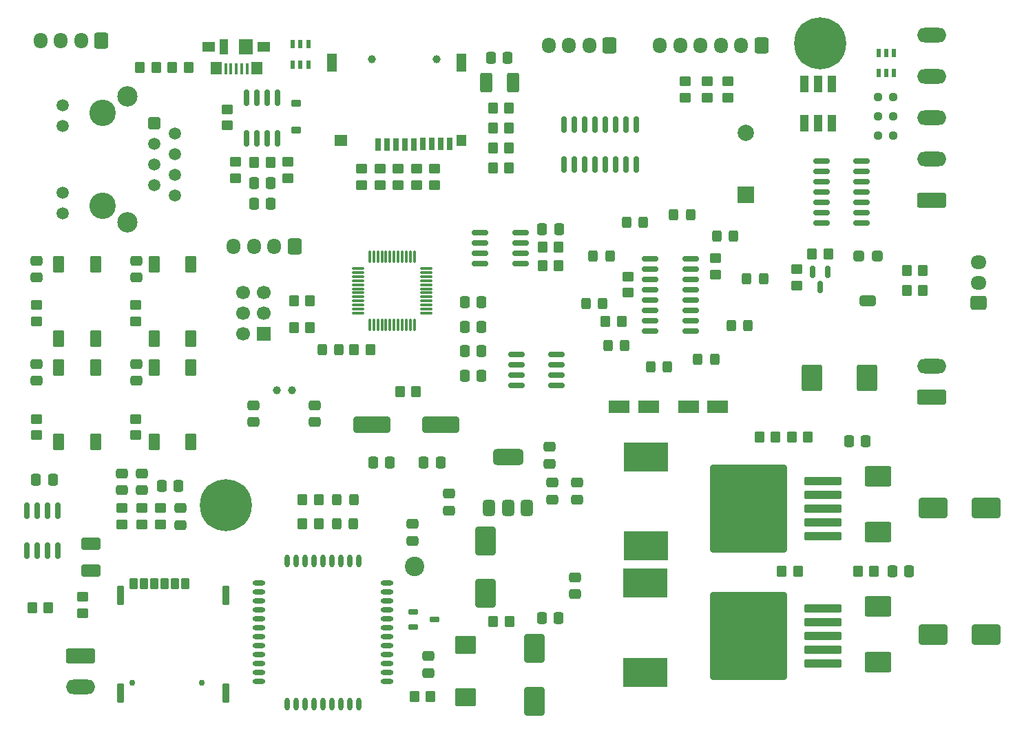
<source format=gbr>
%TF.GenerationSoftware,KiCad,Pcbnew,9.0.3*%
%TF.CreationDate,2025-07-30T09:19:55+03:00*%
%TF.ProjectId,KiCad Projeleri,4b694361-6420-4507-926f-6a656c657269,rev?*%
%TF.SameCoordinates,Original*%
%TF.FileFunction,Soldermask,Top*%
%TF.FilePolarity,Negative*%
%FSLAX46Y46*%
G04 Gerber Fmt 4.6, Leading zero omitted, Abs format (unit mm)*
G04 Created by KiCad (PCBNEW 9.0.3) date 2025-07-30 09:19:55*
%MOMM*%
%LPD*%
G01*
G04 APERTURE LIST*
G04 Aperture macros list*
%AMRoundRect*
0 Rectangle with rounded corners*
0 $1 Rounding radius*
0 $2 $3 $4 $5 $6 $7 $8 $9 X,Y pos of 4 corners*
0 Add a 4 corners polygon primitive as box body*
4,1,4,$2,$3,$4,$5,$6,$7,$8,$9,$2,$3,0*
0 Add four circle primitives for the rounded corners*
1,1,$1+$1,$2,$3*
1,1,$1+$1,$4,$5*
1,1,$1+$1,$6,$7*
1,1,$1+$1,$8,$9*
0 Add four rect primitives between the rounded corners*
20,1,$1+$1,$2,$3,$4,$5,0*
20,1,$1+$1,$4,$5,$6,$7,0*
20,1,$1+$1,$6,$7,$8,$9,0*
20,1,$1+$1,$8,$9,$2,$3,0*%
G04 Aperture macros list end*
%ADD10RoundRect,0.250000X0.350000X0.450000X-0.350000X0.450000X-0.350000X-0.450000X0.350000X-0.450000X0*%
%ADD11RoundRect,0.250000X-0.475000X0.337500X-0.475000X-0.337500X0.475000X-0.337500X0.475000X0.337500X0*%
%ADD12RoundRect,0.250000X0.475000X-0.337500X0.475000X0.337500X-0.475000X0.337500X-0.475000X-0.337500X0*%
%ADD13R,1.100000X2.000000*%
%ADD14RoundRect,0.250000X0.450000X-0.800000X0.450000X0.800000X-0.450000X0.800000X-0.450000X-0.800000X0*%
%ADD15RoundRect,0.250000X0.325000X0.450000X-0.325000X0.450000X-0.325000X-0.450000X0.325000X-0.450000X0*%
%ADD16R,0.600000X1.100000*%
%ADD17RoundRect,0.225000X0.375000X-0.225000X0.375000X0.225000X-0.375000X0.225000X-0.375000X-0.225000X0*%
%ADD18RoundRect,0.250000X-0.325000X-0.450000X0.325000X-0.450000X0.325000X0.450000X-0.325000X0.450000X0*%
%ADD19RoundRect,0.250000X-1.500000X-1.000000X1.500000X-1.000000X1.500000X1.000000X-1.500000X1.000000X0*%
%ADD20RoundRect,0.250000X0.600000X0.725000X-0.600000X0.725000X-0.600000X-0.725000X0.600000X-0.725000X0*%
%ADD21O,1.700000X1.950000*%
%ADD22RoundRect,0.250000X-0.450000X0.350000X-0.450000X-0.350000X0.450000X-0.350000X0.450000X0.350000X0*%
%ADD23RoundRect,0.237500X-0.250000X-0.237500X0.250000X-0.237500X0.250000X0.237500X-0.250000X0.237500X0*%
%ADD24RoundRect,0.150000X-0.825000X-0.150000X0.825000X-0.150000X0.825000X0.150000X-0.825000X0.150000X0*%
%ADD25RoundRect,0.250000X-0.350000X-0.450000X0.350000X-0.450000X0.350000X0.450000X-0.350000X0.450000X0*%
%ADD26RoundRect,0.250000X0.450000X-0.350000X0.450000X0.350000X-0.450000X0.350000X-0.450000X-0.350000X0*%
%ADD27RoundRect,0.250000X1.550000X-0.650000X1.550000X0.650000X-1.550000X0.650000X-1.550000X-0.650000X0*%
%ADD28O,3.600000X1.800000*%
%ADD29RoundRect,0.250000X-1.550000X0.650000X-1.550000X-0.650000X1.550000X-0.650000X1.550000X0.650000X0*%
%ADD30R,5.400000X3.600000*%
%ADD31RoundRect,0.250001X-1.044999X0.872499X-1.044999X-0.872499X1.044999X-0.872499X1.044999X0.872499X0*%
%ADD32RoundRect,0.250000X-1.000000X1.500000X-1.000000X-1.500000X1.000000X-1.500000X1.000000X1.500000X0*%
%ADD33RoundRect,0.250000X0.725000X-0.600000X0.725000X0.600000X-0.725000X0.600000X-0.725000X-0.600000X0*%
%ADD34O,1.950000X1.700000*%
%ADD35RoundRect,0.250000X1.400000X1.000000X-1.400000X1.000000X-1.400000X-1.000000X1.400000X-1.000000X0*%
%ADD36O,1.600000X0.600000*%
%ADD37O,0.600000X1.600000*%
%ADD38RoundRect,0.250000X-0.337500X-0.475000X0.337500X-0.475000X0.337500X0.475000X-0.337500X0.475000X0*%
%ADD39RoundRect,0.250000X0.337500X0.475000X-0.337500X0.475000X-0.337500X-0.475000X0.337500X-0.475000X0*%
%ADD40RoundRect,0.150000X-0.150000X0.825000X-0.150000X-0.825000X0.150000X-0.825000X0.150000X0.825000X0*%
%ADD41RoundRect,0.150000X-0.850000X-0.150000X0.850000X-0.150000X0.850000X0.150000X-0.850000X0.150000X0*%
%ADD42RoundRect,0.250000X1.000000X-1.400000X1.000000X1.400000X-1.000000X1.400000X-1.000000X-1.400000X0*%
%ADD43C,0.800000*%
%ADD44C,6.400000*%
%ADD45RoundRect,0.250000X-0.400000X-0.400000X0.400000X-0.400000X0.400000X0.400000X-0.400000X0.400000X0*%
%ADD46RoundRect,0.250000X-0.750000X-0.400000X0.750000X-0.400000X0.750000X0.400000X-0.750000X0.400000X0*%
%ADD47RoundRect,0.075000X0.075000X-0.662500X0.075000X0.662500X-0.075000X0.662500X-0.075000X-0.662500X0*%
%ADD48RoundRect,0.075000X0.662500X-0.075000X0.662500X0.075000X-0.662500X0.075000X-0.662500X-0.075000X0*%
%ADD49R,2.000000X2.000000*%
%ADD50C,2.000000*%
%ADD51RoundRect,0.375000X0.375000X-0.625000X0.375000X0.625000X-0.375000X0.625000X-0.375000X-0.625000X0*%
%ADD52RoundRect,0.500000X1.400000X-0.500000X1.400000X0.500000X-1.400000X0.500000X-1.400000X-0.500000X0*%
%ADD53RoundRect,0.250001X-0.507499X-0.944999X0.507499X-0.944999X0.507499X0.944999X-0.507499X0.944999X0*%
%ADD54C,3.250000*%
%ADD55RoundRect,0.250500X-0.499500X0.499500X-0.499500X-0.499500X0.499500X-0.499500X0.499500X0.499500X0*%
%ADD56C,1.500000*%
%ADD57C,2.500000*%
%ADD58RoundRect,0.162500X-0.447500X-0.162500X0.447500X-0.162500X0.447500X0.162500X-0.447500X0.162500X0*%
%ADD59RoundRect,0.250001X-0.944999X0.507499X-0.944999X-0.507499X0.944999X-0.507499X0.944999X0.507499X0*%
%ADD60RoundRect,0.150000X0.150000X-0.825000X0.150000X0.825000X-0.150000X0.825000X-0.150000X-0.825000X0*%
%ADD61RoundRect,0.250000X-1.050000X-0.550000X1.050000X-0.550000X1.050000X0.550000X-1.050000X0.550000X0*%
%ADD62C,1.000000*%
%ADD63RoundRect,0.250000X2.050000X0.300000X-2.050000X0.300000X-2.050000X-0.300000X2.050000X-0.300000X0*%
%ADD64RoundRect,0.250002X4.449998X5.149998X-4.449998X5.149998X-4.449998X-5.149998X4.449998X-5.149998X0*%
%ADD65RoundRect,0.250000X-2.000000X-0.750000X2.000000X-0.750000X2.000000X0.750000X-2.000000X0.750000X0*%
%ADD66C,0.750000*%
%ADD67RoundRect,0.102000X-0.400000X-0.570000X0.400000X-0.570000X0.400000X0.570000X-0.400000X0.570000X0*%
%ADD68RoundRect,0.102000X-0.350000X-1.050000X0.350000X-1.050000X0.350000X1.050000X-0.350000X1.050000X0*%
%ADD69R,0.450000X1.380000*%
%ADD70R,1.650000X1.300000*%
%ADD71R,1.425000X1.550000*%
%ADD72R,1.800000X1.900000*%
%ADD73R,1.000000X1.900000*%
%ADD74C,2.400000*%
%ADD75R,1.700000X1.700000*%
%ADD76C,1.700000*%
%ADD77RoundRect,0.150000X-0.150000X0.587500X-0.150000X-0.587500X0.150000X-0.587500X0.150000X0.587500X0*%
%ADD78R,0.700000X1.600000*%
%ADD79R,1.200000X1.400000*%
%ADD80R,1.200000X2.200000*%
%ADD81R,1.600000X1.400000*%
G04 APERTURE END LIST*
D10*
%TO.C,R5*%
X148000000Y-101000000D03*
X146000000Y-101000000D03*
%TD*%
D11*
%TO.C,C24*%
X113555000Y-84887500D03*
X113555000Y-86962500D03*
%TD*%
D12*
%TO.C,C26*%
X113555000Y-99662500D03*
X113555000Y-97587500D03*
%TD*%
D13*
%TO.C,D6*%
X195730000Y-67970000D03*
X197430000Y-67970000D03*
X199130000Y-67970000D03*
X199130000Y-63170000D03*
X197430000Y-63170000D03*
X195730000Y-63170000D03*
%TD*%
D14*
%TO.C,SW3*%
X115805000Y-107145000D03*
X115805000Y-98045000D03*
X120305000Y-107145000D03*
X120305000Y-98045000D03*
%TD*%
D15*
%TO.C,D8*%
X140275000Y-117250000D03*
X138225000Y-117250000D03*
%TD*%
D16*
%TO.C,U7*%
X204815200Y-61820800D03*
X205765200Y-61820800D03*
X206715200Y-61820800D03*
X206715200Y-59320800D03*
X205765200Y-59320800D03*
X204815200Y-59320800D03*
%TD*%
D17*
%TO.C,D4*%
X133250000Y-68800000D03*
X133250000Y-65500000D03*
%TD*%
D18*
%TO.C,D10*%
X173871443Y-80160503D03*
X175921443Y-80160503D03*
%TD*%
D19*
%TO.C,C1*%
X211525000Y-130845000D03*
X218025000Y-130845000D03*
%TD*%
D20*
%TO.C,J9*%
X190450000Y-58450000D03*
D21*
X187950000Y-58450000D03*
X185450000Y-58450000D03*
X182950000Y-58450000D03*
X180450000Y-58450000D03*
X177950000Y-58450000D03*
%TD*%
D22*
%TO.C,R30*%
X132250000Y-72750000D03*
X132250000Y-74750000D03*
%TD*%
D10*
%TO.C,R6*%
X134950000Y-89845000D03*
X132950000Y-89845000D03*
%TD*%
D23*
%TO.C,F3*%
X204811700Y-64770800D03*
X206636700Y-64770800D03*
%TD*%
D24*
%TO.C,U6*%
X197800000Y-72650000D03*
X197800000Y-73920000D03*
X197800000Y-75190000D03*
X197800000Y-76460000D03*
X197800000Y-77730000D03*
X197800000Y-79000000D03*
X197800000Y-80270000D03*
X202750000Y-80270000D03*
X202750000Y-79000000D03*
X202750000Y-77730000D03*
X202750000Y-76460000D03*
X202750000Y-75190000D03*
X202750000Y-73920000D03*
X202750000Y-72650000D03*
%TD*%
D25*
%TO.C,R25*%
X157419663Y-71000000D03*
X159419663Y-71000000D03*
%TD*%
D10*
%TO.C,R27*%
X116025000Y-61095000D03*
X114025000Y-61095000D03*
%TD*%
D26*
%TO.C,R29*%
X125750000Y-74750000D03*
X125750000Y-72750000D03*
%TD*%
D19*
%TO.C,C5*%
X211525000Y-115345000D03*
X218025000Y-115345000D03*
%TD*%
D27*
%TO.C,J6*%
X211342500Y-77450000D03*
D28*
X211342500Y-72370000D03*
X211342500Y-67290000D03*
X211342500Y-62210000D03*
X211342500Y-57130000D03*
%TD*%
D22*
%TO.C,R9*%
X107000000Y-126250000D03*
X107000000Y-128250000D03*
%TD*%
D10*
%TO.C,RJ2*%
X210284800Y-86095000D03*
X208284800Y-86095000D03*
%TD*%
D25*
%TO.C,R1*%
X192925000Y-123095000D03*
X194925000Y-123095000D03*
%TD*%
D14*
%TO.C,SW2*%
X104055000Y-94445000D03*
X104055000Y-85345000D03*
X108555000Y-94445000D03*
X108555000Y-85345000D03*
%TD*%
D12*
%TO.C,C25*%
X101275000Y-86962500D03*
X101275000Y-84887500D03*
%TD*%
D29*
%TO.C,J5*%
X106707500Y-133495000D03*
D28*
X106707500Y-137305000D03*
%TD*%
D18*
%TO.C,D16*%
X186750000Y-92845000D03*
X188800000Y-92845000D03*
%TD*%
D26*
%TO.C,R20*%
X148025000Y-75595000D03*
X148025000Y-73595000D03*
%TD*%
%TO.C,R39*%
X114275000Y-117345000D03*
X114275000Y-115345000D03*
%TD*%
D30*
%TO.C,L1*%
X176175000Y-135570000D03*
X176175000Y-124570000D03*
%TD*%
D31*
%TO.C,C34*%
X154025000Y-132137500D03*
X154025000Y-138552500D03*
%TD*%
D32*
%TO.C,C3*%
X162525000Y-132595000D03*
X162525000Y-139095000D03*
%TD*%
D33*
%TO.C,J10*%
X217142500Y-90095000D03*
D34*
X217142500Y-87595000D03*
X217142500Y-85095000D03*
%TD*%
D35*
%TO.C,D2*%
X204775000Y-134245000D03*
X204775000Y-127445000D03*
%TD*%
D36*
%TO.C,U13*%
X128675000Y-124545000D03*
X128675000Y-125645000D03*
X128675000Y-126745000D03*
X128675000Y-127845000D03*
X128675000Y-128945000D03*
X128675000Y-130045000D03*
X128675000Y-131145000D03*
X128675000Y-132245000D03*
X128675000Y-133345000D03*
X128675000Y-134445000D03*
X128675000Y-135545000D03*
X128675000Y-136645000D03*
D37*
X132125000Y-139395000D03*
X133225000Y-139395000D03*
X134325000Y-139395000D03*
X135425000Y-139395000D03*
X136525000Y-139395000D03*
X137625000Y-139395000D03*
X138725000Y-139395000D03*
X139825000Y-139395000D03*
X140925000Y-139395000D03*
D36*
X144375000Y-136645000D03*
X144375000Y-135545000D03*
X144375000Y-134445000D03*
X144375000Y-133345000D03*
X144375000Y-132245000D03*
X144375000Y-131145000D03*
X144375000Y-130045000D03*
X144375000Y-128945000D03*
X144375000Y-127845000D03*
X144375000Y-126745000D03*
X144375000Y-125645000D03*
X144375000Y-124545000D03*
D37*
X140925000Y-121795000D03*
X139825000Y-121795000D03*
X138725000Y-121795000D03*
X137625000Y-121795000D03*
X136525000Y-121795000D03*
X135425000Y-121795000D03*
X134325000Y-121795000D03*
X133225000Y-121795000D03*
X132125000Y-121795000D03*
%TD*%
D24*
%TO.C,U14*%
X160300000Y-96440000D03*
X160300000Y-97710000D03*
X160300000Y-98980000D03*
X160300000Y-100250000D03*
X165250000Y-100250000D03*
X165250000Y-98980000D03*
X165250000Y-97710000D03*
X165250000Y-96440000D03*
%TD*%
D38*
%TO.C,C17*%
X148925000Y-109750000D03*
X151000000Y-109750000D03*
%TD*%
D18*
%TO.C,D5*%
X136420000Y-95845000D03*
X138470000Y-95845000D03*
%TD*%
D25*
%TO.C,R24*%
X157419663Y-68589111D03*
X159419663Y-68589111D03*
%TD*%
D20*
%TO.C,J3*%
X133025000Y-83095000D03*
D21*
X130525000Y-83095000D03*
X128025000Y-83095000D03*
X125525000Y-83095000D03*
%TD*%
D25*
%TO.C,R2*%
X202275000Y-123095000D03*
X204275000Y-123095000D03*
%TD*%
D18*
%TO.C,D15*%
X182628557Y-97029497D03*
X184678557Y-97029497D03*
%TD*%
D38*
%TO.C,C13*%
X153962500Y-90000000D03*
X156037500Y-90000000D03*
%TD*%
%TO.C,C30*%
X128025000Y-75345000D03*
X130100000Y-75345000D03*
%TD*%
D25*
%TO.C,R4*%
X194175000Y-106595000D03*
X196175000Y-106595000D03*
%TD*%
D39*
%TO.C,C23*%
X165537500Y-81000000D03*
X163462500Y-81000000D03*
%TD*%
D40*
%TO.C,U11*%
X130930000Y-64870000D03*
X129660000Y-64870000D03*
X128390000Y-64870000D03*
X127120000Y-64870000D03*
X127120000Y-69820000D03*
X128390000Y-69820000D03*
X129660000Y-69820000D03*
X130930000Y-69820000D03*
%TD*%
D41*
%TO.C,U15*%
X176775000Y-84650000D03*
X176775000Y-85920000D03*
X176775000Y-87190000D03*
X176775000Y-88460000D03*
X176775000Y-89730000D03*
X176775000Y-91000000D03*
X176775000Y-92270000D03*
X176775000Y-93540000D03*
X181775000Y-93540000D03*
X181775000Y-92270000D03*
X181775000Y-91000000D03*
X181775000Y-89730000D03*
X181775000Y-88460000D03*
X181775000Y-87190000D03*
X181775000Y-85920000D03*
X181775000Y-84650000D03*
%TD*%
D42*
%TO.C,D1*%
X196625000Y-99345000D03*
X203425000Y-99345000D03*
%TD*%
D26*
%TO.C,R37*%
X116525000Y-117345000D03*
X116525000Y-115345000D03*
%TD*%
D25*
%TO.C,R28*%
X128062500Y-72845000D03*
X130062500Y-72845000D03*
%TD*%
D40*
%TO.C,U5*%
X103930000Y-115620000D03*
X102660000Y-115620000D03*
X101390000Y-115620000D03*
X100120000Y-115620000D03*
X100120000Y-120570000D03*
X101390000Y-120570000D03*
X102660000Y-120570000D03*
X103930000Y-120570000D03*
%TD*%
D20*
%TO.C,J8*%
X109275000Y-57845000D03*
D21*
X106775000Y-57845000D03*
X104275000Y-57845000D03*
X101775000Y-57845000D03*
%TD*%
D22*
%TO.C,R34*%
X186275000Y-62845000D03*
X186275000Y-64845000D03*
%TD*%
D39*
%TO.C,C2*%
X208587500Y-123095000D03*
X206512500Y-123095000D03*
%TD*%
D25*
%TO.C,R3*%
X190175000Y-106595000D03*
X192175000Y-106595000D03*
%TD*%
D14*
%TO.C,SW4*%
X104055000Y-107145000D03*
X104055000Y-98045000D03*
X108555000Y-107145000D03*
X108555000Y-98045000D03*
%TD*%
D43*
%TO.C,REF\u002A\u002A*%
X195300000Y-58160000D03*
X196002944Y-56462944D03*
X196002944Y-59857056D03*
X197700000Y-55760000D03*
D44*
X197700000Y-58160000D03*
D43*
X197700000Y-60560000D03*
X199397056Y-56462944D03*
X199397056Y-59857056D03*
X200100000Y-58160000D03*
%TD*%
D12*
%TO.C,C10*%
X167760000Y-114287500D03*
X167760000Y-112212500D03*
%TD*%
D45*
%TO.C,RV1*%
X204684800Y-84295000D03*
D46*
X203534800Y-89795000D03*
D45*
X202384800Y-84295000D03*
%TD*%
D25*
%TO.C,R26*%
X118025000Y-61095000D03*
X120025000Y-61095000D03*
%TD*%
D18*
%TO.C,D14*%
X176834654Y-97992303D03*
X178884654Y-97992303D03*
%TD*%
D26*
%TO.C,R38*%
X111775000Y-117345000D03*
X111775000Y-115345000D03*
%TD*%
D47*
%TO.C,U1*%
X142275000Y-92757500D03*
X142775000Y-92757500D03*
X143275000Y-92757500D03*
X143775000Y-92757500D03*
X144275000Y-92757500D03*
X144775000Y-92757500D03*
X145275000Y-92757500D03*
X145775000Y-92757500D03*
X146275000Y-92757500D03*
X146775000Y-92757500D03*
X147275000Y-92757500D03*
X147775000Y-92757500D03*
D48*
X149187500Y-91345000D03*
X149187500Y-90845000D03*
X149187500Y-90345000D03*
X149187500Y-89845000D03*
X149187500Y-89345000D03*
X149187500Y-88845000D03*
X149187500Y-88345000D03*
X149187500Y-87845000D03*
X149187500Y-87345000D03*
X149187500Y-86845000D03*
X149187500Y-86345000D03*
X149187500Y-85845000D03*
D47*
X147775000Y-84432500D03*
X147275000Y-84432500D03*
X146775000Y-84432500D03*
X146275000Y-84432500D03*
X145775000Y-84432500D03*
X145275000Y-84432500D03*
X144775000Y-84432500D03*
X144275000Y-84432500D03*
X143775000Y-84432500D03*
X143275000Y-84432500D03*
X142775000Y-84432500D03*
X142275000Y-84432500D03*
D48*
X140862500Y-85845000D03*
X140862500Y-86345000D03*
X140862500Y-86845000D03*
X140862500Y-87345000D03*
X140862500Y-87845000D03*
X140862500Y-88345000D03*
X140862500Y-88845000D03*
X140862500Y-89345000D03*
X140862500Y-89845000D03*
X140862500Y-90345000D03*
X140862500Y-90845000D03*
X140862500Y-91345000D03*
%TD*%
D14*
%TO.C,SW1*%
X115805000Y-94445000D03*
X115805000Y-85345000D03*
X120305000Y-94445000D03*
X120305000Y-85345000D03*
%TD*%
D25*
%TO.C,R36*%
X134000000Y-117250000D03*
X136000000Y-117250000D03*
%TD*%
D49*
%TO.C,BZ1*%
X188500000Y-76800000D03*
D50*
X188500000Y-69200000D03*
%TD*%
D51*
%TO.C,U3*%
X156975000Y-115345000D03*
X159275000Y-115345000D03*
D52*
X159275000Y-109045000D03*
D51*
X161575000Y-115345000D03*
%TD*%
D39*
%TO.C,C18*%
X144750000Y-109750000D03*
X142675000Y-109750000D03*
%TD*%
D53*
%TO.C,C28*%
X156613750Y-62952999D03*
X159868750Y-62952999D03*
%TD*%
D22*
%TO.C,R46*%
X174025000Y-86845000D03*
X174025000Y-88845000D03*
%TD*%
D11*
%TO.C,C11*%
X164425000Y-107795000D03*
X164425000Y-109870000D03*
%TD*%
D26*
%TO.C,R21*%
X150275000Y-75595000D03*
X150275000Y-73595000D03*
%TD*%
D22*
%TO.C,R32*%
X181025000Y-62845000D03*
X181025000Y-64845000D03*
%TD*%
D18*
%TO.C,D11*%
X169750000Y-84345000D03*
X171800000Y-84345000D03*
%TD*%
D38*
%TO.C,C14*%
X153962500Y-93010000D03*
X156037500Y-93010000D03*
%TD*%
D12*
%TO.C,C20*%
X128000000Y-104750000D03*
X128000000Y-102675000D03*
%TD*%
D27*
%TO.C,J1*%
X211342500Y-101695000D03*
D28*
X211342500Y-97885000D03*
%TD*%
D25*
%TO.C,R40*%
X157470000Y-129240000D03*
X159470000Y-129240000D03*
%TD*%
D26*
%TO.C,R17*%
X141275000Y-75595000D03*
X141275000Y-73595000D03*
%TD*%
D54*
%TO.C,J7*%
X109415000Y-66700000D03*
X109415000Y-78130000D03*
D55*
X115775000Y-67975000D03*
D56*
X118315000Y-69235000D03*
X115775000Y-70515000D03*
X118315000Y-71775000D03*
X115775000Y-73055000D03*
X118315000Y-74315000D03*
X115775000Y-75595000D03*
X118315000Y-76855000D03*
X104515000Y-65790000D03*
X104515000Y-68330000D03*
X104515000Y-76500000D03*
X104515000Y-79040000D03*
D57*
X112465000Y-64670000D03*
X112465000Y-80160000D03*
%TD*%
D30*
%TO.C,L2*%
X176250000Y-120000000D03*
X176250000Y-109000000D03*
%TD*%
D18*
%TO.C,D19*%
X179665346Y-79197697D03*
X181715346Y-79197697D03*
%TD*%
D12*
%TO.C,C38*%
X114275000Y-113132500D03*
X114275000Y-111057500D03*
%TD*%
D38*
%TO.C,C16*%
X153962500Y-99030000D03*
X156037500Y-99030000D03*
%TD*%
D58*
%TO.C,Q1*%
X147630000Y-128050000D03*
X147630000Y-129950000D03*
X150250000Y-129000000D03*
%TD*%
D12*
%TO.C,C9*%
X164750000Y-114287500D03*
X164750000Y-112212500D03*
%TD*%
D25*
%TO.C,R22*%
X157419663Y-66133666D03*
X159419663Y-66133666D03*
%TD*%
D59*
%TO.C,C21*%
X108000000Y-119745000D03*
X108000000Y-123000000D03*
%TD*%
D12*
%TO.C,C27*%
X101275000Y-99662500D03*
X101275000Y-97587500D03*
%TD*%
D26*
%TO.C,R15*%
X113525000Y-106345000D03*
X113525000Y-104345000D03*
%TD*%
D10*
%TO.C,R35*%
X136025000Y-114250000D03*
X134025000Y-114250000D03*
%TD*%
D38*
%TO.C,C22*%
X101237500Y-111845000D03*
X103312500Y-111845000D03*
%TD*%
D12*
%TO.C,C19*%
X135500000Y-104750000D03*
X135500000Y-102675000D03*
%TD*%
D10*
%TO.C,R10*%
X102775000Y-127595000D03*
X100775000Y-127595000D03*
%TD*%
D15*
%TO.C,D7*%
X140300000Y-114250000D03*
X138250000Y-114250000D03*
%TD*%
D18*
%TO.C,D18*%
X184918635Y-81824342D03*
X186968635Y-81824342D03*
%TD*%
D60*
%TO.C,U12*%
X166175000Y-73095000D03*
X167445000Y-73095000D03*
X168715000Y-73095000D03*
X169985000Y-73095000D03*
X171255000Y-73095000D03*
X172525000Y-73095000D03*
X173795000Y-73095000D03*
X175065000Y-73095000D03*
X175065000Y-68145000D03*
X173795000Y-68145000D03*
X172525000Y-68145000D03*
X171255000Y-68145000D03*
X169985000Y-68145000D03*
X168715000Y-68145000D03*
X167445000Y-68145000D03*
X166175000Y-68145000D03*
%TD*%
D26*
%TO.C,R18*%
X143525000Y-75595000D03*
X143525000Y-73595000D03*
%TD*%
%TO.C,R47*%
X194780000Y-87920000D03*
X194780000Y-85920000D03*
%TD*%
D39*
%TO.C,C6*%
X203275000Y-107095000D03*
X201200000Y-107095000D03*
%TD*%
D25*
%TO.C,R23*%
X157419663Y-73500000D03*
X159419663Y-73500000D03*
%TD*%
D23*
%TO.C,F2*%
X204811700Y-67145800D03*
X206636700Y-67145800D03*
%TD*%
D61*
%TO.C,C40*%
X172975000Y-102900000D03*
X176575000Y-102900000D03*
%TD*%
D32*
%TO.C,C7*%
X156500000Y-119345000D03*
X156500000Y-125845000D03*
%TD*%
D26*
%TO.C,R19*%
X145775000Y-75595000D03*
X145775000Y-73595000D03*
%TD*%
D12*
%TO.C,C32*%
X167525000Y-125920000D03*
X167525000Y-123845000D03*
%TD*%
D62*
%TO.C,Y2*%
X130825000Y-100840000D03*
X132725000Y-100840000D03*
%TD*%
D63*
%TO.C,U4*%
X198000000Y-134470000D03*
X198000000Y-132770000D03*
X198000000Y-131070000D03*
D64*
X188850000Y-131070000D03*
D63*
X198000000Y-129370000D03*
X198000000Y-127670000D03*
%TD*%
D38*
%TO.C,C15*%
X153962500Y-96020000D03*
X156037500Y-96020000D03*
%TD*%
D65*
%TO.C,Y1*%
X142525000Y-105095000D03*
X151025000Y-105095000D03*
%TD*%
D11*
%TO.C,C8*%
X147525000Y-117270000D03*
X147525000Y-119345000D03*
%TD*%
D25*
%TO.C,R7*%
X132950000Y-93095000D03*
X134950000Y-93095000D03*
%TD*%
D12*
%TO.C,C37*%
X111775000Y-113132500D03*
X111775000Y-111057500D03*
%TD*%
D11*
%TO.C,C33*%
X149462500Y-133515000D03*
X149462500Y-135590000D03*
%TD*%
D18*
%TO.C,D17*%
X188624732Y-87092148D03*
X190674732Y-87092148D03*
%TD*%
D25*
%TO.C,R41*%
X147750000Y-138500000D03*
X149750000Y-138500000D03*
%TD*%
D18*
%TO.C,D13*%
X171581365Y-95365658D03*
X173631365Y-95365658D03*
%TD*%
D38*
%TO.C,C29*%
X157183750Y-59952999D03*
X159258750Y-59952999D03*
%TD*%
D66*
%TO.C,J12*%
X113110000Y-136850000D03*
X121610000Y-136850000D03*
D67*
X118360000Y-124620000D03*
X115820000Y-124620000D03*
X113280000Y-124620000D03*
D68*
X111610000Y-126100000D03*
X111610000Y-138100000D03*
D67*
X119630000Y-124620000D03*
D68*
X124610000Y-126100000D03*
X124610000Y-138100000D03*
D67*
X117090000Y-124620000D03*
X114550000Y-124620000D03*
%TD*%
D43*
%TO.C,REF\u002A\u002A*%
X122200000Y-114950000D03*
X122902944Y-113252944D03*
X122902944Y-116647056D03*
X124600000Y-112550000D03*
D44*
X124600000Y-114950000D03*
D43*
X124600000Y-117350000D03*
X126297056Y-113252944D03*
X126297056Y-116647056D03*
X127000000Y-114950000D03*
%TD*%
D22*
%TO.C,R31*%
X124750000Y-66250000D03*
X124750000Y-68250000D03*
%TD*%
D69*
%TO.C,J2*%
X127175000Y-61255000D03*
X126525000Y-61255000D03*
X125875000Y-61255000D03*
X125225000Y-61255000D03*
X124575000Y-61255000D03*
D70*
X129250000Y-58595000D03*
D71*
X128362500Y-61170000D03*
D72*
X127025000Y-58595000D03*
D73*
X124325000Y-58595000D03*
D71*
X123387500Y-61170000D03*
D70*
X122500000Y-58595000D03*
%TD*%
D63*
%TO.C,U2*%
X198000000Y-118770000D03*
X198000000Y-117070000D03*
X198000000Y-115370000D03*
D64*
X188850000Y-115370000D03*
D63*
X198000000Y-113670000D03*
X198000000Y-111970000D03*
%TD*%
D74*
%TO.C,TP1*%
X147750000Y-122500000D03*
%TD*%
D35*
%TO.C,D3*%
X204775000Y-118245000D03*
X204775000Y-111445000D03*
%TD*%
D75*
%TO.C,J4*%
X129240000Y-93925000D03*
D76*
X126700000Y-93925000D03*
X129240000Y-91385000D03*
X126700000Y-91385000D03*
X129240000Y-88845000D03*
X126700000Y-88845000D03*
%TD*%
D10*
%TO.C,R8*%
X142362500Y-95845000D03*
X140362500Y-95845000D03*
%TD*%
D26*
%TO.C,R16*%
X101305000Y-106345000D03*
X101305000Y-104345000D03*
%TD*%
D18*
%TO.C,D12*%
X168875268Y-90152852D03*
X170925268Y-90152852D03*
%TD*%
D25*
%TO.C,R42*%
X196660000Y-84080000D03*
X198660000Y-84080000D03*
%TD*%
D10*
%TO.C,R44*%
X173275000Y-92345000D03*
X171275000Y-92345000D03*
%TD*%
D20*
%TO.C,J11*%
X171770000Y-58440000D03*
D21*
X169270000Y-58440000D03*
X166770000Y-58440000D03*
X164270000Y-58440000D03*
%TD*%
D16*
%TO.C,U10*%
X134709800Y-58274200D03*
X133759800Y-58274200D03*
X132809800Y-58274200D03*
X132809800Y-60774200D03*
X133759800Y-60774200D03*
X134709800Y-60774200D03*
%TD*%
D22*
%TO.C,R13*%
X113525000Y-90345000D03*
X113525000Y-92345000D03*
%TD*%
D24*
%TO.C,U8*%
X155837500Y-81440000D03*
X155837500Y-82710000D03*
X155837500Y-83980000D03*
X155837500Y-85250000D03*
X160787500Y-85250000D03*
X160787500Y-83980000D03*
X160787500Y-82710000D03*
X160787500Y-81440000D03*
%TD*%
D61*
%TO.C,C39*%
X181475000Y-102900000D03*
X185075000Y-102900000D03*
%TD*%
D26*
%TO.C,R14*%
X101305000Y-92345000D03*
X101305000Y-90345000D03*
%TD*%
D22*
%TO.C,R33*%
X183775000Y-62845000D03*
X183775000Y-64845000D03*
%TD*%
D23*
%TO.C,F1*%
X204811700Y-69500000D03*
X206636700Y-69500000D03*
%TD*%
D38*
%TO.C,C36*%
X116700000Y-112595000D03*
X118775000Y-112595000D03*
%TD*%
D10*
%TO.C,R11*%
X165500000Y-85500000D03*
X163500000Y-85500000D03*
%TD*%
%TO.C,R12*%
X165500000Y-83250000D03*
X163500000Y-83250000D03*
%TD*%
D38*
%TO.C,C4*%
X163450000Y-128845000D03*
X165525000Y-128845000D03*
%TD*%
D77*
%TO.C,Q2*%
X198630000Y-86265000D03*
X196730000Y-86265000D03*
X197680000Y-88140000D03*
%TD*%
D22*
%TO.C,R43*%
X184775000Y-84595000D03*
X184775000Y-86595000D03*
%TD*%
D12*
%TO.C,C35*%
X119025000Y-117382500D03*
X119025000Y-115307500D03*
%TD*%
D25*
%TO.C,RJ1*%
X208284800Y-88545000D03*
X210284800Y-88545000D03*
%TD*%
D11*
%TO.C,C12*%
X152025000Y-113557500D03*
X152025000Y-115632500D03*
%TD*%
D62*
%TO.C,U9*%
X142525000Y-60095000D03*
X150525000Y-60095000D03*
D78*
X143325000Y-70595000D03*
X144425000Y-70595000D03*
X145525000Y-70595000D03*
X146625000Y-70595000D03*
X147725000Y-70595000D03*
X148825000Y-70552200D03*
X149925000Y-70552200D03*
X151025000Y-70552200D03*
X152125000Y-70552200D03*
D79*
X153525000Y-70095000D03*
D80*
X137625000Y-60495000D03*
D81*
X138725000Y-70095000D03*
D80*
X153525000Y-60495000D03*
%TD*%
D38*
%TO.C,C31*%
X128025000Y-77845000D03*
X130100000Y-77845000D03*
%TD*%
M02*

</source>
